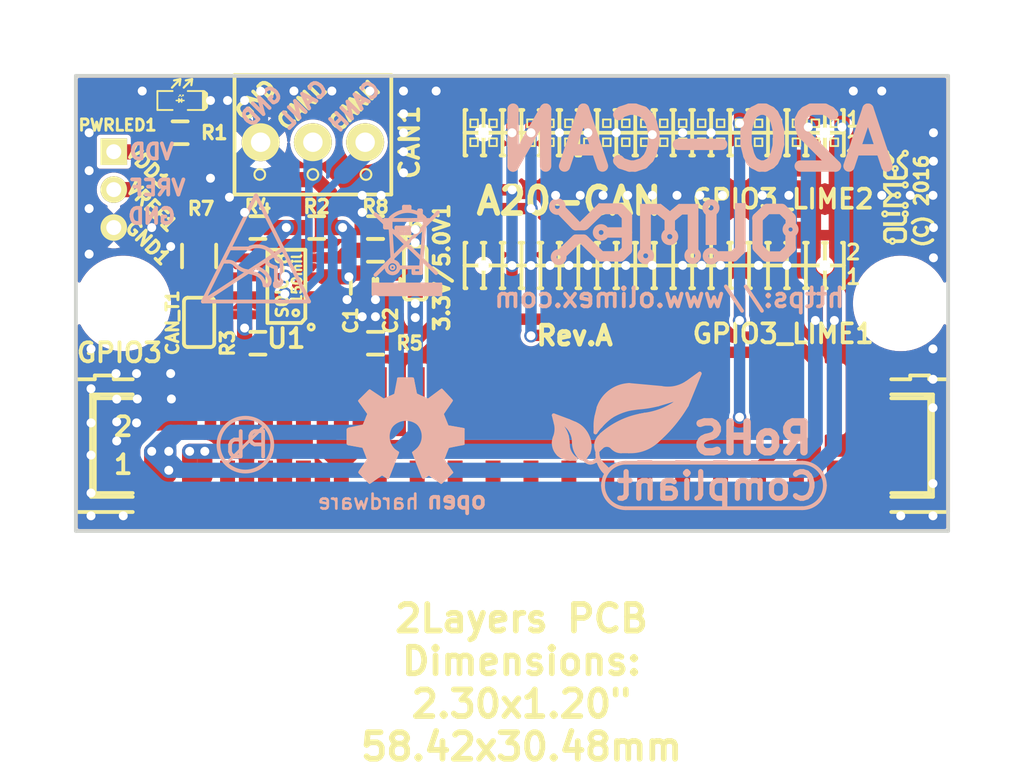
<source format=kicad_pcb>
(kicad_pcb (version 20221018) (generator pcbnew)
  (layers (0 "F.Cu" signal) (31 "B.Cu" signal) (34 "B.Paste" user) (35 "F.Paste" user) (36 "B.SilkS" user "B.Silkscreen") (37 "F.SilkS" user "F.Silkscreen") (38 "B.Mask" user) (39 "F.Mask" user) (44 "Edge.Cuts" user))
  (net 0 "")
  (net 1 "+5V")
  (net 2 "Net-(3.3V/5.0V1-Pad2)")
  (net 3 "+3V3")
  (net 4 "GND")
  (net 5 "/CANL")
  (net 6 "/CANH")
  (net 7 "/CAN-CTRL")
  (net 8 "/CAN-TX")
  (net 9 "/CAN-RX")
  (net 10 "Net-(PWRLED1-Pad2)")
  (net 11 "Net-(R2-Pad1)")
  (net 12 "Net-(R5-Pad2)")
  (net 13 "Net-(R6-Pad2)")
  (net 14 "Net-(CAN_T1-Pad1)")
  (net 15 "Net-(U1-Pad5)")
  (footprint "OLIMEX_Jumpers-FP:SJ_2_SMALL_12_TIED" (layer "F.Cu") (at 149.733 109.728 -90)
    (fp_text reference "3.3V/5.0V1")
    (fp_text value "Opened(2-3)/Closed(1-2)")
  )
  (footprint "OLIMEX_RLC-FP:C_0603_5MIL_DWS" (layer "F.Cu") (at 146.177 110.617 90)
    (fp_text reference "C1")
    (fp_text value "100nF")
  )
  (footprint "OLIMEX_RLC-FP:C_0603_5MIL_DWS" (layer "F.Cu") (at 147.955 110.617 90)
    (fp_text reference "C2")
    (fp_text value "10uF/6.3V/0603")
  )
  (footprint "OLIMEX_Connectors-FP:TB3-3.5mm" (layer "F.Cu") (at 142.875 100.965)
    (fp_text reference "CAN1")
    (fp_text value "TB3-3.5mm")
  )
  (footprint "OLIMEX_Connectors-FP:GPCB127SMT-02X20(YA-V36P-2X20-LF)" (layer "F.Cu") (at 165.735 109.22 180)
    (fp_text reference "GPIO3_LIME1")
    (fp_text value "GPH127SMT-02x20")
  )
  (footprint "OLIMEX_Connectors-FP:GPH127SMT-02X20(PA-V16X-2X20-LF)" (layer "F.Cu") (at 165.735 100.33 180)
    (fp_text reference "GPIO3_LIME2")
    (fp_text value "GPH127SMT-02x20")
  )
  (footprint "OLIMEX_LEDs-FP:LED_0603_KA" (layer "F.Cu") (at 133.985 98.171 180)
    (fp_text reference "PWRLED1")
    (fp_text value "LED/Red/0603")
  )
  (footprint "OLIMEX_RLC-FP:R_0603_5MIL_DWS" (layer "F.Cu") (at 133.985 100.33 180)
    (fp_text reference "R1")
    (fp_text value "2.2k")
  )
  (footprint "OLIMEX_RLC-FP:R_0603_5MIL_DWS" (layer "F.Cu") (at 143.129 106.68)
    (fp_text reference "R2")
    (fp_text value "NA")
  )
  (footprint "OLIMEX_RLC-FP:R_0603_5MIL_DWS" (layer "F.Cu") (at 139.192 114.427 180)
    (fp_text reference "R3")
    (fp_text value "NA(330R)")
  )
  (footprint "OLIMEX_RLC-FP:R_0603_5MIL_DWS" (layer "F.Cu") (at 139.192 106.68 180)
    (fp_text reference "R4")
    (fp_text value "10k")
  )
  (footprint "OLIMEX_RLC-FP:R_0603_5MIL_DWS" (layer "F.Cu") (at 147.066 114.427 180)
    (fp_text reference "R5")
    (fp_text value "330R")
  )
  (footprint "OLIMEX_RLC-FP:R_0603_5MIL_DWS" (layer "F.Cu") (at 147.066 108.204 180)
    (fp_text reference "R6")
    (fp_text value "330R")
  )
  (footprint "OLIMEX_RLC-FP:R_1206_5MIL_DWS" (layer "F.Cu") (at 135.255 108.585 90)
    (fp_text reference "R7")
    (fp_text value "120R")
  )
  (footprint "OLIMEX_RLC-FP:R_0603_5MIL_DWS" (layer "F.Cu") (at 147.066 106.68)
    (fp_text reference "R8")
    (fp_text value "680R")
  )
  (footprint "OLIMEX_IC-FP:SOIC-8_150mil" (layer "F.Cu") (at 141.097 110.617 90)
    (fp_text reference "U1")
    (fp_text value "MCP2551-I/SN(SOIC-8_150mil)")
  )
  (footprint "OLIMEX_Connectors-FP:GBH-254-SMT-40" (layer "F.Cu") (at 156.21 121.285)
    (fp_text reference "GPIO3")
    (fp_text value "GBH-254-SMT-40")
  )
  (footprint "OLIMEX_LOGOs-FP:LOGO_OLIMEX_80" (layer "F.Cu") (at 181.864 104.648 90)
    (fp_text reference "" hide)
    (fp_text value "" hide)
  )
  (footprint "OLIMEX_Jumpers-FP:SJ" (layer "F.Cu") (at 135.255 113.03 -90)
    (fp_text reference "CAN_T1")
    (fp_text value "Opened")
  )
  (footprint "OLIMEX_Other-FP:TEST_PAD40x70_SQUARE" (layer "F.Cu") (at 129.54 101.6 90)
    (fp_text reference "VDD1")
    (fp_text value "TESTPAD")
  )
  (footprint "OLIMEX_Other-FP:TEST_PAD_40x70_Round" (layer "F.Cu") (at 129.54 106.68 90)
    (fp_text reference "GND1")
    (fp_text value "TESTPAD")
  )
  (footprint "OLIMEX_Other-FP:TEST_PAD_40x70_Round" (layer "F.Cu") (at 129.54 104.14 90)
    (fp_text reference "VREF1")
    (fp_text value "TESTPAD")
  )
  (footprint "OLIMEX_Other-FP:Fiducial1x3" (layer "F.Cu") (at 129.54 98.425)
    (fp_text reference "")
    (fp_text value "")
  )
  (footprint "OLIMEX_Other-FP:Fiducial1x3" (layer "F.Cu") (at 182.88 98.425)
    (fp_text reference "")
    (fp_text value "")
  )
  (footprint "OLIMEX_Other-FP:Fiducial1x3" (layer "F.Cu") (at 182.88 121.285)
    (fp_text reference "")
    (fp_text value "")
  )
  (footprint "OLIMEX_Other-FP:Mounting_hole_3.3mm" (layer "F.Cu") (at 130.175 111.76)
    (fp_text reference "MountingHole" hide)
    (fp_text value "Mounting_hole_3.3mm" hide)
  )
  (footprint "OLIMEX_Other-FP:Mounting_hole_3.3mm" (layer "F.Cu") (at 182.245 111.76)
    (fp_text reference "MountingHole" hide)
    (fp_text value "Mounting_hole_3.3mm" hide)
  )
  (footprint "OLIMEX_Other-FP:Fiducial1x3" (layer "F.Cu") (at 153.67 114.3)
    (fp_text reference "")
    (fp_text value "")
  )
  (footprint "OLIMEX_LOGOs-FP:LOGO_ANTISTATIC_1" (layer "B.Cu") (at 142.621 111.633 180)
    (fp_text reference "Ref**" hide)
    (fp_text value "Val**" hide)
  )
  (footprint "OLIMEX_LOGOs-FP:LOGO_OPENHARDWARE_8x8" (layer "B.Cu") (at 149.098 120.777 180)
    (fp_text reference "" hide)
    (fp_text value "" hide)
  )
  (footprint "OLIMEX_LOGOs-FP:LOGO_PBFREE" (layer "B.Cu") (at 138.557 120.904)
    (fp_text reference "")
    (fp_text value "")
  )
  (footprint "OLIMEX_LOGOs-FP:LOGO_RECYCLEBIN_1" (layer "B.Cu") (at 151.511 111.252 180)
    (fp_text reference "" hide)
    (fp_text value "" hide)
  )
  (footprint "OLIMEX_LOGOs-FP:LOGO_ROHS_1" (layer "B.Cu") (at 176.149 124.841 180)
    (fp_text reference "Ref**" hide)
    (fp_text value "Val**" hide)
  )
  (footprint "OLIMEX_LOGOs-FP:OLIMEX_LOGO_TB" (layer "B.Cu") (at 166.878 106.934 180)
    (fp_text reference "" hide)
    (fp_text value "" hide)
  )
  (gr_line (start 139.954 108.204) (end 139.954 108.458) (stroke (width 0.2)) (layer "F.SilkS"))
  (gr_line (start 140.081 108.458) (end 139.827 108.458) (stroke (width 0.2)) (layer "F.SilkS"))
  (gr_line (start 140.081 108.204) (end 140.081 108.458) (stroke (width 0.2)) (layer "F.SilkS"))
  (gr_line (start 185.42 127) (end 185.42 96.52) (stroke (width 0.254)) (layer "Edge.Cuts"))
  (gr_line (start 127 96.52) (end 127 127) (stroke (width 0.254)) (layer "Edge.Cuts"))
  (gr_line (start 127 127) (end 185.42 127) (stroke (width 0.254)) (layer "Edge.Cuts"))
  (gr_line (start 185.42 96.52) (end 127 96.52) (stroke (width 0.254)) (layer "Edge.Cuts"))
  (gr_text "GND" (at 139.446 98.552 45) (layer "B.SilkS") (effects (font (size 1.016 1.016) (thickness 0.254)) (justify mirror)))
  (gr_text "CANL" (at 142.24 98.425 45) (layer "B.SilkS") (effects (font (size 1.016 1.016) (thickness 0.254)) (justify mirror)))
  (gr_text "CANH" (at 145.669 98.552 45) (layer "B.SilkS") (effects (font (size 1.016 1.016) (thickness 0.254)) (justify mirror)))
  (gr_text "A20-CAN" (at 168.529 100.838) (layer "B.SilkS") (effects (font (size 3.81 3.81) (thickness 0.762)) (justify mirror)))
  (gr_text "https://www.olimex.com" (at 166.751 111.379) (layer "B.SilkS") (effects (font (size 1.27 1.27) (thickness 0.254)) (justify mirror)))
  (gr_text "VDD" (at 132.08 101.6) (layer "B.SilkS") (effects (font (size 1.016 1.016) (thickness 0.254)) (justify mirror)))
  (gr_text "VREF" (at 132.461 104.013) (layer "B.SilkS") (effects (font (size 1.016 1.016) (thickness 0.254)) (justify mirror)))
  (gr_text "GND" (at 132.08 105.918) (layer "B.SilkS") (effects (font (size 1.016 1.016) (thickness 0.254)) (justify mirror)))
  (gr_text "Rev.A" (at 160.401 113.919) (layer "F.SilkS") (effects (font (size 1.27 1.27) (thickness 0.3175))))
  (gr_text "CANL" (at 142.113 98.552 45) (layer "F.SilkS") (effects (font (size 1.016 1.016) (thickness 0.254))))
  (gr_text "CANH" (at 145.669 98.552 45) (layer "F.SilkS") (effects (font (size 1.016 1.016) (thickness 0.254))))
  (gr_text "(C) 2016" (at 183.642 104.902 90) (layer "F.SilkS") (effects (font (size 0.889 0.889) (thickness 0.22225))))
  (gr_text "A20-CAN" (at 160.02 104.902 360) (layer "F.SilkS") (effects (font (size 1.778 1.778) (thickness 0.381))))
  (gr_text "2Layers PCB\nDimensions:\n2.30x1.20\"\n58.42x30.48mm" (at 156.845 137.16) (layer "F.SilkS") (effects (font (size 1.778 1.778) (thickness 0.381))))
  (gr_text "GND" (at 139.065 98.171 45) (layer "F.SilkS") (effects (font (size 1.016 1.016) (thickness 0.254))))
  (segment (start 132.08 124.41) (end 132.08 122.936) (width 1.016) (layer "F.Cu") (net 1))
  (segment (start 149.733 107.696) (end 149.733 108.204) (width 1.016) (layer "F.Cu") (net 1))
  (segment (start 177.8 112.903) (end 177.8 111.252) (width 1.016) (layer "F.Cu") (net 1))
  (segment (start 178.308 99.312604) (end 178.308 99.949) (width 1.016) (layer "F.Cu") (net 1))
  (segment (start 133.223 122.809) (end 132.08 121.666) (width 1.016) (layer "F.Cu") (net 1))
  (segment (start 133.223 121.666) (end 132.08 121.666) (width 1.016) (layer "F.Cu") (net 1))
  (segment (start 132.08 124.41) (end 132.08 121.666) (width 1.016) (layer "F.Cu") (net 1))
  (segment (start 133.223 123.267) (end 132.08 124.41) (width 1.016) (layer "F.Cu") (net 1))
  (segment (start 149.733 108.204) (end 149.733 108.585) (width 0.762) (layer "F.Cu") (net 1))
  (segment (start 133.223 122.936) (end 133.223 123.267) (width 1.016) (layer "F.Cu") (net 1))
  (segment (start 177.8 98.804604) (end 178.308 99.312604) (width 1.016) (layer "F.Cu") (net 1))
  (segment (start 133.223 122.936) (end 133.223 122.809) (width 1.016) (layer "F.Cu") (net 1))
  (segment (start 132.08 122.936) (end 133.223 122.936) (width 1.016) (layer "F.Cu") (net 1))
  (segment (start 149.733 107.696) (end 149.733 106.807) (width 1.016) (layer "F.Cu") (net 1))
  (segment (start 133.223 121.666) (end 133.223 122.936) (width 1.016) (layer "F.Cu") (net 1))
  (segment (start 177.8 98.298) (end 177.8 98.804604) (width 1.016) (layer "F.Cu") (net 1))
  (via (at 133.223 121.666) (size 0.9) (drill 0.6) (layers "F.Cu" "B.Cu") (net 1))
  (via (at 149.733 106.807) (size 0.9) (drill 0.6) (layers "F.Cu" "B.Cu") (net 1))
  (via (at 149.733 107.696) (size 0.9) (drill 0.6) (layers "F.Cu" "B.Cu") (net 1))
  (via (at 132.08 121.666) (size 0.9) (drill 0.6) (layers "F.Cu" "B.Cu") (net 1))
  (via (at 178.308 99.949) (size 0.9) (drill 0.6) (layers "F.Cu" "B.Cu") (net 1))
  (via (at 133.223 122.936) (size 0.9) (drill 0.6) (layers "F.Cu" "B.Cu") (net 1))
  (via (at 177.8 112.903) (size 0.9) (drill 0.6) (layers "F.Cu" "B.Cu") (net 1))
  (segment (start 149.733 109.963935) (end 149.733 107.696) (width 1.016) (layer "B.Cu") (net 1))
  (segment (start 133.223 121.666) (end 133.223 121.031) (width 1.016) (layer "B.Cu") (net 1))
  (segment (start 133.223 122.174) (end 133.223 121.666) (width 1.016) (layer "B.Cu") (net 1))
  (segment (start 134.093945 120.39599) (end 147.950935 120.39599) (width 1.016) (layer "B.Cu") (net 1))
  (segment (start 177.8 110.230762) (end 178.277001 109.753761) (width 1.016) (layer "B.Cu") (net 1))
  (segment (start 133.98501 122.93601) (end 133.223 122.174) (width 1.016) (layer "B.Cu") (net 1))
  (segment (start 177.8 113.539396) (end 177.8 112.903) (width 1.016) (layer "B.Cu") (net 1))
  (segment (start 134.093945 120.39599) (end 133.85801 120.39599) (width 1.016) (layer "B.Cu") (net 1))
  (segment (start 147.950935 120.39599) (end 148.46299 119.883935) (width 1.016) (layer "B.Cu") (net 1))
  (segment (start 133.35001 122.93601) (end 134.112 122.93601) (width 1.016) (layer "B.Cu") (net 1))
  (segment (start 134.112 122.93601) (end 176.352475 122.93601) (width 1.016) (layer "B.Cu") (net 1))
  (segment (start 178.308 100.838) (end 178.308 99.949) (width 1.016) (layer "B.Cu") (net 1))
  (segment (start 133.35 122.936) (end 133.35001 122.93601) (width 1.016) (layer "B.Cu") (net 1))
  (segment (start 177.8 121.488485) (end 177.8 113.539396) (width 1.016) (layer "B.Cu") (net 1))
  (segment (start 149.733 106.807) (end 149.733 107.696) (width 1.016) (layer "B.Cu") (net 1))
  (segment (start 133.85801 120.39599) (end 133.223 121.031) (width 1.016) (layer "B.Cu") (net 1))
  (segment (start 148.46299 119.883935) (end 148.46299 111.233945) (width 1.016) (layer "B.Cu") (net 1))
  (segment (start 177.8 112.903) (end 177.8 110.230762) (width 1.016) (layer "B.Cu") (net 1))
  (segment (start 178.277001 109.753761) (end 178.277001 109.636207) (width 1.016) (layer "B.Cu") (net 1))
  (segment (start 132.08 121.793) (end 133.223 122.936) (width 1.016) (layer "B.Cu") (net 1))
  (segment (start 178.277001 109.636207) (end 178.308 109.605208) (width 1.016) (layer "B.Cu") (net 1))
  (segment (start 133.223 120.523) (end 133.35001 120.39599) (width 1.016) (layer "B.Cu") (net 1))
  (segment (start 134.112 122.93601) (end 133.98501 122.93601) (width 1.016) (layer "B.Cu") (net 1))
  (segment (start 148.46299 111.233945) (end 149.733 109.963935) (width 1.016) (layer "B.Cu") (net 1))
  (segment (start 133.223 121.031) (end 133.223 120.523) (width 1.016) (layer "B.Cu") (net 1))
  (segment (start 133.223 122.936) (end 133.35 122.936) (width 1.016) (layer "B.Cu") (net 1))
  (segment (start 176.352475 122.93601) (end 177.8 121.488485) (width 1.016) (layer "B.Cu") (net 1))
  (segment (start 178.308 109.605208) (end 178.308 100.838) (width 1.016) (layer "B.Cu") (net 1))
  (segment (start 132.08 121.666) (end 133.35001 120.39599) (width 1.016) (layer "B.Cu") (net 1))
  (segment (start 133.223 122.936) (end 133.223 122.174) (width 1.016) (layer "B.Cu") (net 1))
  (segment (start 133.35001 120.39599) (end 134.093945 120.39599) (width 1.016) (layer "B.Cu") (net 1))
  (segment (start 132.08 121.666) (end 132.08 121.793) (width 1.016) (layer "B.Cu") (net 1))
  (segment (start 136.444113 101.603301) (end 138.312651 103.471839) (width 1.016) (layer "F.Cu") (net 2))
  (segment (start 147.955 109.728) (end 146.177 109.728) (width 1.016) (layer "F.Cu") (net 2))
  (segment (start 134.837814 101.6127) (end 134.850514 101.6) (width 1.016) (layer "F.Cu") (net 2))
  (segment (start 145.542 109.728) (end 146.177 109.728) (width 1.016) (layer "F.Cu") (net 2))
  (segment (start 147.955 109.728) (end 148.971 109.728) (width 1.016) (layer "F.Cu") (net 2))
  (segment (start 134.853815 101.603301) (end 136.444113 101.603301) (width 1.016) (layer "F.Cu") (net 2))
  (segment (start 134.850514 101.6) (end 134.874 101.576514) (width 1.016) (layer "F.Cu") (net 2))
  (segment (start 144.018 104.394) (end 144.018 106.68) (width 1.016) (layer "F.Cu") (net 2))
  (segment (start 134.874 101.576514) (end 134.874 100.33) (width 1.016) (layer "F.Cu") (net 2))
  (segment (start 129.5527 101.6127) (end 134.837814 101.6127) (width 1.016) (layer "F.Cu") (net 2))
  (segment (start 143.095839 103.471839) (end 144.018 104.394) (width 1.016) (layer "F.Cu") (net 2))
  (segment (start 148.971 109.728) (end 149.733 109.728) (width 0.762) (layer "F.Cu") (net 2))
  (segment (start 134.850514 101.6) (end 134.853815 101.603301) (width 1.016) (layer "F.Cu") (net 2))
  (segment (start 145.288 109.982) (end 145.542 109.728) (width 1.016) (layer "F.Cu") (net 2))
  (segment (start 143.597 109.982) (end 145.288 109.982) (width 1.016) (layer "F.Cu") (net 2))
  (segment (start 144.018 106.68) (end 144.019458 106.678542) (width 1.016) (layer "F.Cu") (net 2))
  (segment (start 144.226048 106.678542) (end 144.862444 106.678542) (width 1.016) (layer "F.Cu") (net 2))
  (segment (start 129.54 101.6) (end 129.5527 101.6127) (width 1.016) (layer "F.Cu") (net 2))
  (segment (start 138.312651 103.471839) (end 143.095839 103.471839) (width 1.016) (layer "F.Cu") (net 2))
  (segment (start 144.019458 106.678542) (end 144.226048 106.678542) (width 1.016) (layer "F.Cu") (net 2))
  (via (at 144.862444 106.678542) (size 0.9) (drill 0.6) (layers "F.Cu" "B.Cu") (net 2))
  (via (at 145.288 109.982) (size 0.9) (drill 0.6) (layers "F.Cu" "B.Cu") (net 2))
  (segment (start 145.288 107.104098) (end 144.862444 106.678542) (width 1.016) (layer "B.Cu") (net 2))
  (segment (start 145.288 109.982) (end 145.288 107.104098) (width 1.016) (layer "B.Cu") (net 2))
  (segment (start 134.62 124.41) (end 134.62 121.666) (width 1.016) (layer "F.Cu") (net 3))
  (segment (start 149.733 111.76) (end 149.733 112.711292) (width 1.016) (layer "F.Cu") (net 3))
  (segment (start 176.53 98.298) (end 176.53 99.471999) (width 0.762) (layer "F.Cu") (net 3))
  (segment (start 135.636 121.666) (end 134.62 121.666) (width 1.016) (layer "F.Cu") (net 3))
  (segment (start 135.636 121.666) (end 135.636 123.394) (width 1.016) (layer "F.Cu") (net 3))
  (segment (start 135.636 123.394) (end 134.62 124.41) (width 1.016) (layer "F.Cu") (net 3))
  (segment (start 176.53 112.903) (end 176.53 111.252) (width 1.016) (layer "F.Cu") (net 3))
  (segment (start 149.733 111.252) (end 149.733 110.871) (width 0.762) (layer "F.Cu") (net 3))
  (segment (start 149.733 111.76) (end 149.733 111.252) (width 1.016) (layer "F.Cu") (net 3))
  (segment (start 176.53 99.471999) (end 176.052999 99.949) (width 0.762) (layer "F.Cu") (net 3))
  (via (at 134.62 121.666) (size 0.9) (drill 0.6) (layers "F.Cu" "B.Cu") (net 3))
  (via (at 176.052999 99.949) (size 0.9) (drill 0.6) (layers "F.Cu" "B.Cu") (net 3))
  (via (at 149.733 112.711292) (size 0.9) (drill 0.6) (layers "F.Cu" "B.Cu") (net 3))
  (via (at 149.733 111.76) (size 0.9) (drill 0.6) (layers "F.Cu" "B.Cu") (net 3))
  (via (at 135.636 121.666) (size 0.9) (drill 0.6) (layers "F.Cu" "B.Cu") (net 3))
  (via (at 176.53 112.903) (size 0.9) (drill 0.6) (layers "F.Cu" "B.Cu") (net 3))
  (segment (start 134.62 121.666) (end 135.636 121.666) (width 1.016) (layer "B.Cu") (net 3))
  (segment (start 150.876 121.666) (end 149.733 120.523) (width 1.016) (layer "B.Cu") (net 3))
  (segment (start 176.052999 100.863761) (end 176.052999 99.949) (width 1.016) (layer "B.Cu") (net 3))
  (segment (start 148.717 121.539) (end 149.733 120.523) (width 1.016) (layer "B.Cu") (net 3))
  (segment (start 149.733 121.666) (end 151.003 121.666) (width 1.016) (layer "B.Cu") (net 3))
  (segment (start 149.733 120.523) (end 149.733 111.76) (width 1.016) (layer "B.Cu") (net 3))
  (segment (start 175.826419 121.666) (end 176.53 120.962419) (width 0.9906) (layer "B.Cu") (net 3))
  (segment (start 176.53 110.230762) (end 176.052999 109.753761) (width 0.9906) (layer "B.Cu") (net 3))
  (segment (start 176.052999 109.753761) (end 176.052999 100.863761) (width 1.016) (layer "B.Cu") (net 3))
  (segment (start 151.003 121.666) (end 175.826419 121.666) (width 1.016) (layer "B.Cu") (net 3))
  (segment (start 151.003 121.666) (end 150.876 121.666) (width 1.016) (layer "B.Cu") (net 3))
  (segment (start 149.733 112.711292) (end 149.733 111.76) (width 1.016) (layer "B.Cu") (net 3))
  (segment (start 176.53 112.903) (end 176.53 110.230762) (width 0.9906) (layer "B.Cu") (net 3))
  (segment (start 148.717 121.666) (end 149.733 121.666) (width 1.016) (layer "B.Cu") (net 3))
  (segment (start 135.636 121.666) (end 148.717 121.666) (width 1.016) (layer "B.Cu") (net 3))
  (segment (start 148.717 121.666) (end 148.717 121.539) (width 1.016) (layer "B.Cu") (net 3))
  (segment (start 149.733 121.666) (end 149.733 120.523) (width 1.016) (layer "B.Cu") (net 3))
  (segment (start 176.53 120.962419) (end 176.53 112.903) (width 0.9906) (layer "B.Cu") (net 3))
  (segment (start 146.177 105.027604) (end 146.177 104.521) (width 1.016) (layer "F.Cu") (net 4))
  (segment (start 162.306 104.521) (end 160.782 104.521) (width 1.016) (layer "F.Cu") (net 4))
  (segment (start 134.592867 116.459) (end 133.35 116.459) (width 1.016) (layer "F.Cu") (net 4))
  (segment (start 167.259 104.521) (end 165.608 104.521) (width 1.016) (layer "F.Cu") (net 4))
  (segment (start 132.08 116.459) (end 131.064 116.459) (width 1.016) (layer "F.Cu") (net 4))
  (segment (start 168.783 104.521) (end 167.259 104.521) (width 1.016) (layer "F.Cu") (net 4))
  (segment (start 146.177 104.521) (end 146.813396 104.521) (width 1.016) (layer "F.Cu") (net 4))
  (segment (start 134.62 119.761) (end 134.62 118.16) (width 1.016) (layer "F.Cu") (net 4))
  (segment (start 165.50734 100.33) (end 163.195 100.33) (width 1.016) (layer "F.Cu") (net 4))
  (segment (start 176.53 107.188) (end 176.53 104.521) (width 0.762) (layer "F.Cu") (net 4))
  (segment (start 129.692828 118.126061) (end 129.736296 118.169529) (width 1.016) (layer "F.Cu") (net 4))
  (segment (start 176.53 104.521) (end 177.673 104.521) (width 1.016) (layer "F.Cu") (net 4))
  (segment (start 163.83 109.22) (end 162.56 109.22) (width 1.016) (layer "F.Cu") (net 4))
  (segment (start 146.177 111.506) (end 145.161 111.506) (width 1.016) (layer "F.Cu") (net 4))
  (segment (start 132.063745 119.761) (end 132.073559 119.751186) (width 1.016) (layer "F.Cu") (net 4))
  (segment (start 176.53 104.521) (end 174.752 104.521) (width 1.016) (layer "F.Cu") (net 4))
  (segment (start 137.796396 98.171) (end 138.303 98.171) (width 1.016) (layer "F.Cu") (net 4))
  (segment (start 165.608 100.457) (end 165.608 100.447476) (width 1.016) (layer "F.Cu") (net 4))
  (segment (start 165.486107 109.222611) (end 165.483496 109.22) (width 0.762) (layer "F.Cu") (net 4))
  (segment (start 165.498904 109.209814) (end 165.486107 109.222611) (width 0.762) (layer "F.Cu") (net 4))
  (segment (start 133.35 116.459) (end 132.08 116.459) (width 1.016) (layer "F.Cu") (net 4))
  (segment (start 147.32 104.521) (end 146.177 105.664) (width 1.016) (layer "F.Cu") (net 4))
  (segment (start 145.161 111.506) (end 144.907 111.252) (width 0.9652) (layer "F.Cu") (net 4))
  (segment (start 129.851704 120.973296) (end 131.064 119.761) (width 1.016) (layer "F.Cu") (net 4))
  (segment (start 147.066 111.506) (end 147.066 112.649) (width 1.016) (layer "F.Cu") (net 4))
  (segment (start 131.114 118.16) (end 131.069582 118.204418) (width 1.016) (layer "F.Cu") (net 4))
  (segment (start 131.064 118.11) (end 131.114 118.16) (width 1.016) (layer "F.Cu") (net 4))
  (segment (start 134.626933 116.493066) (end 134.592867 116.459) (width 1.016) (layer "F.Cu") (net 4))
  (segment (start 137.16 98.171) (end 137.796396 98.171) (width 1.016) (layer "F.Cu") (net 4))
  (segment (start 159.131 109.22) (end 158.75 109.22) (width 1.016) (layer "F.Cu") (net 4))
  (segment (start 168.275 100.33) (end 169.545 100.33) (width 1.016) (layer "F.Cu") (net 4))
  (segment (start 183.388 104.521) (end 184.404 104.521) (width 1.016) (layer "F.Cu") (net 4))
  (segment (start 134.62 116.499999) (end 134.626933 116.493066) (width 1.016) (layer "F.Cu") (net 4))
  (segment (start 129.745825 118.16) (end 129.736296 118.169529) (width 1.016) (layer "F.Cu") (net 4))
  (segment (start 170.18 109.209814) (end 172.72 109.209814) (width 1.016) (layer "F.Cu") (net 4))
  (segment (start 177.8 104.394) (end 177.673 104.521) (width 0.762) (layer "F.Cu") (net 4))
  (segment (start 165.605409 109.209814) (end 167.64 109.209814) (width 1.016) (layer "F.Cu") (net 4))
  (segment (start 137.287 104.648) (end 136.017 103.378) (width 1.016) (layer "F.Cu") (net 4))
  (segment (start 176.53 102.362) (end 176.53 104.521) (width 0.762) (layer "F.Cu") (net 4))
  (segment (start 160.02 100.33) (end 159.385 100.33) (width 1.016) (layer "F.Cu") (net 4))
  (segment (start 131.064 116.459) (end 129.693624 116.459) (width 1.016) (layer "F.Cu") (net 4))
  (segment (start 131.064 119.761) (end 134.62 119.761) (width 1.016) (layer "F.Cu") (net 4))
  (segment (start 147.955 111.506) (end 147.066 111.506) (width 1.016) (layer "F.Cu") (net 4))
  (segment (start 160.782 104.521) (end 159.131 104.521) (width 1.016) (layer "F.Cu") (net 4))
  (segment (start 129.693624 116.459) (end 129.692828 116.459796) (width 1.016) (layer "F.Cu") (net 4))
  (segment (start 165.725476 100.33) (end 167.64 100.33) (width 1.016) (layer "F.Cu") (net 4))
  (segment (start 165.608 104.521) (end 164.971604 104.521) (width 1.016) (layer "F.Cu") (net 4))
  (segment (start 138.303 106.68) (end 138.303 105.664) (width 1.016) (layer "F.Cu") (net 4))
  (segment (start 167.64 109.209814) (end 168.91 109.209814) (width 1.016) (layer "F.Cu") (net 4))
  (segment (start 132.073559 118.166441) (end 132.08 118.16) (width 1.016) (layer "F.Cu") (net 4))
  (segment (start 129.805592 119.761) (end 129.736296 119.691704) (width 1.016) (layer "F.Cu") (net 4))
  (segment (start 132.08 118.16) (end 132.08 116.459) (width 1.016) (layer "F.Cu") (net 4))
  (segment (start 164.971604 104.521) (end 163.957 104.521) (width 1.016) (layer "F.Cu") (net 4))
  (segment (start 174.752 104.521) (end 172.974 104.521) (width 1.016) (layer "F.Cu") (net 4))
  (segment (start 180.975 104.521) (end 182.88 104.521) (width 1.016) (layer "F.Cu") (net 4))
  (segment (start 160.02 109.22) (end 159.131 109.22) (width 1.016) (layer "F.Cu") (net 4))
  (segment (start 177.8 104.648) (end 177.673 104.521) (width 0.762) (layer "F.Cu") (net 4))
  (segment (start 129.736296 119.691704) (end 129.736296 120.973296) (width 1.016) (layer "F.Cu") (net 4))
  (segment (start 131.064 116.459) (end 131.064 118.11) (width 1.016) (layer "F.Cu") (net 4))
  (segment (start 161.29 100.33) (end 160.02 100.33) (width 1.016) (layer "F.Cu") (net 4))
  (segment (start 146.813396 104.521) (end 147.447 104.521) (width 1.016) (layer "F.Cu") (net 4))
  (segment (start 177.8 102.362) (end 177.8 104.394) (width 0.762) (layer "F.Cu") (net 4))
  (segment (start 163.957 104.521) (end 162.306 104.521) (width 1.016) (layer "F.Cu") (net 4))
  (segment (start 133.4 118.16) (end 132.08 118.16) (width 1.016) (layer "F.Cu") (net 4))
  (segment (start 172.72 109.209814) (end 174.614814 109.209814) (width 1.016) (layer "F.Cu") (net 4))
  (segment (start 170.307 104.521) (end 168.783 104.521) (width 1.016) (layer "F.Cu") (net 4))
  (segment (start 165.608 100.447476) (end 165.725476 100.33) (width 1.016) (layer "F.Cu") (net 4))
  (segment (start 129.736296 118.169529) (end 129.736296 119.691704) (width 1.016) (layer "F.Cu") (net 4))
  (segment (start 134.874 98.171) (end 136.017 98.171) (width 1.016) (layer "F.Cu") (net 4))
  (segment (start 131.114 118.16) (end 129.745825 118.16) (width 1.016) (layer "F.Cu") (net 4))
  (segment (start 168.91 109.209814) (end 170.18 109.209814) (width 1.016) (layer "F.Cu") (net 4))
  (segment (start 134.62 118.16) (end 134.62 116.499999) (width 1.016) (layer "F.Cu") (net 4))
  (segment (start 129.736296 120.973296) (end 129.851704 120.973296) (width 1.016) (layer "F.Cu") (net 4))
  (segment (start 136.017 98.171) (end 137.16 98.171) (width 1.016) (layer "F.Cu") (net 4))
  (segment (start 146.177 111.506) (end 147.066 111.506) (width 1.016) (layer "F.Cu") (net 4))
  (segment (start 132.073559 119.751186) (end 132.073559 118.166441) (width 1.016) (layer "F.Cu") (net 4))
  (segment (start 147.066 112.649) (end 146.177 112.649) (width 1.016) (layer "F.Cu") (net 4))
  (segment (start 143.597 111.252) (end 144.907 111.252) (width 0.9652) (layer "F.Cu") (net 4))
  (segment (start 165.483496 109.22) (end 163.83 109.22) (width 1.016) (layer "F.Cu") (net 4))
  (segment (start 165.608 100.457) (end 165.608 100.43066) (width 1.016) (layer "F.Cu") (net 4))
  (segment (start 177.673 104.521) (end 180.975 104.521) (width 1.016) (layer "F.Cu") (net 4))
  (segment (start 146.177 105.664) (end 146.177 105.027604) (width 1.016) (layer "F.Cu") (net 4))
  (segment (start 182.88 104.521) (end 183.388 104.521) (width 1.016) (layer "F.Cu") (net 4))
  (segment (start 177.8 107.188) (end 177.8 104.648) (width 0.762) (layer "F.Cu") (net 4))
  (segment (start 162.56 109.22) (end 161.29 109.22) (width 1.016) (layer "F.Cu") (net 4))
  (segment (start 132.08 118.16) (end 131.114 118.16) (width 1.016) (layer "F.Cu") (net 4))
  (segment (start 131.064 119.761) (end 132.063745 119.761) (width 1.016) (layer "F.Cu") (net 4))
  (segment (start 138.303 105.664) (end 137.287 104.648) (width 1.016) (layer "F.Cu") (net 4))
  (segment (start 147.447 104.521) (end 147.32 104.521) (width 1.016) (layer "F.Cu") (net 4))
  (segment (start 146.177 111.506) (end 146.177 112.649) (width 1.016) (layer "F.Cu") (net 4))
  (segment (start 163.195 100.33) (end 161.29 100.33) (width 1.016) (layer "F.Cu") (net 4))
  (segment (start 172.974 104.521) (end 170.307 104.521) (width 1.016) (layer "F.Cu") (net 4))
  (segment (start 134.62 118.16) (end 133.4 118.16) (width 1.016) (layer "F.Cu") (net 4))
  (segment (start 131.064 119.761) (end 129.805592 119.761) (width 1.016) (layer "F.Cu") (net 4))
  (segment (start 138.303 98.171) (end 139.319 98.171) (width 1.016) (layer "F.Cu") (net 4))
  (segment (start 165.605409 109.209814) (end 165.498904 109.209814) (width 0.762) (layer "F.Cu") (net 4))
  (segment (start 131.069582 119.755418) (end 131.064 119.761) (width 1.016) (layer "F.Cu") (net 4))
  (segment (start 167.64 100.33) (end 168.275 100.33) (width 1.016) (layer "F.Cu") (net 4))
  (segment (start 161.29 109.22) (end 160.02 109.22) (width 1.016) (layer "F.Cu") (net 4))
  (segment (start 146.177 106.68) (end 146.177 105.664) (width 1.016) (layer "F.Cu") (net 4))
  (segment (start 131.069582 118.204418) (end 131.069582 119.755418) (width 1.016) (layer "F.Cu") (net 4))
  (segment (start 129.692828 116.459796) (end 129.692828 118.126061) (width 1.016) (layer "F.Cu") (net 4))
  (segment (start 165.608 100.43066) (end 165.50734 100.33) (width 1.016) (layer "F.Cu") (net 4))
  (via (at 148.943311 99.06) (size 0.9) (drill 0.6) (layers "F.Cu" "B.Cu") (net 4))
  (via (at 172.974 104.521) (size 0.9) (drill 0.6) (layers "F.Cu" "B.Cu") (net 4))
  (via (at 130.175 125.984) (size 0.9) (drill 0.6) (layers "F.Cu" "B.Cu") (net 4))
  (via (at 165.605409 109.209814) (size 0.9) (drill 0.6) (layers "F.Cu" "B.Cu") (net 4))
  (via (at 161.29 109.22) (size 0.9) (drill 0.6) (layers "F.Cu" "B.Cu") (net 4))
  (via (at 184.404 116.84) (size 0.9) (drill 0.6) (layers "F.Cu" "B.Cu") (net 4))
  (via (at 137.16 98.171) (size 0.9) (drill 0.6) (layers "F.Cu" "B.Cu") (net 4))
  (via (at 159.385 100.33) (size 0.9) (drill 0.6) (layers "F.Cu" "B.Cu") (net 4))
  (via (at 184.404 118.745) (size 0.9) (drill 0.6) (layers "F.Cu" "B.Cu") (net 4))
  (via (at 128.016 124.46) (size 0.9) (drill 0.6) (layers "F.Cu" "B.Cu") (net 4))
  (via (at 182.88 104.521) (size 0.9) (drill 0.6) (layers "F.Cu" "B.Cu") (net 4))
  (via (at 184.436305 102.235) (size 0.9) (drill 0.6) (layers "F.Cu" "B.Cu") (net 4))
  (via (at 132.08 106.68) (size 0.9) (drill 0.6) (layers "F.Cu" "B.Cu") (net 4))
  (via (at 167.64 100.33) (size 0.9) (drill 0.6) (layers "F.Cu" "B.Cu") (net 4))
  (via (at 159.131 104.521) (size 0.9) (drill 0.6) (layers "F.Cu" "B.Cu") (net 4))
  (via (at 133.35 107.95) (size 0.9) (drill 0.6) (layers "F.Cu" "B.Cu") (net 4))
  (via (at 184.404 125.984) (size 0.9) (drill 0.6) (layers "F.Cu" "B.Cu") (net 4))
  (via (at 127.888999 100.33) (size 0.9) (drill 0.6) (layers "F.Cu" "B.Cu") (net 4))
  (via (at 139.375 97.545052) (size 0.9) (drill 0.6) (layers "F.Cu" "B.Cu") (net 4))
  (via (at 146.177 104.521) (size 0.9) (drill 0.6) (layers "F.Cu" "B.Cu") (net 4))
  (via (at 148.943311 103.010305) (size 0.9) (drill 0.6) (layers "F.Cu" "B.Cu") (net 4))
  (via (at 146.685 97.536) (size 0.9) (drill 0.6) (layers "F.Cu" "B.Cu") (net 4))
  (via (at 165.608 104.521) (size 0.9) (drill 0.6) (layers "F.Cu" "B.Cu") (net 4))
  (via (at 128.016 121.92) (size 0.9) (drill 0.6) (layers "F.Cu" "B.Cu") (net 4))
  (via (at 127.888999 105.41) (size 0.9) (drill 0.6) (layers "F.Cu" "B.Cu") (net 4))
  (via (at 160.02 109.22) (size 0.9) (drill 0.6) (layers "F.Cu" "B.Cu") (net 4))
  (via (at 146.177 105.664) (size 0.9) (drill 0.6) (layers "F.Cu" "B.Cu") (net 4))
  (via (at 128.016 125.984) (size 0.9) (drill 0.6) (layers "F.Cu" "B.Cu") (net 4))
  (via (at 168.783 104.521) (size 0.9) (drill 0.6) (layers "F.Cu" "B.Cu") (net 4))
  (via (at 131.064 116.459) (size 0.9) (drill 0.6) (layers "F.Cu" "B.Cu") (net 4))
  (via (at 133.35 116.459) (size 0.9) (drill 0.6) (layers "F.Cu" "B.Cu") (net 4))
  (via (at 167.64 109.209814) (size 0.9) (drill 0.6) (layers "F.Cu" "B.Cu") (net 4))
  (via (at 129.736296 120.973296) (size 0.9) (drill 0.6) (layers "F.Cu" "B.Cu") (net 4))
  (via (at 129.736296 118.169529) (size 0.9) (drill 0.6) (layers "F.Cu" "B.Cu") (net 4))
  (via (at 128.016 119.761) (size 0.9) (drill 0.6) (layers "F.Cu" "B.Cu") (net 4))
  (via (at 184.436305 100.33) (size 0.9) (drill 0.6) (layers "F.Cu" "B.Cu") (net 4))
  (via (at 151.13 97.536) (size 0.9) (drill 0.6) (layers "F.Cu" "B.Cu") (net 4))
  (via (at 174.614814 109.209814) (size 0.9) (drill 0.6) (layers "F.Cu" "B.Cu") (net 4))
  (via (at 158.75 109.22) (size 0.9) (drill 0.6) (layers "F.Cu" "B.Cu") (net 4))
  (via (at 127.888999 108.457999) (size 0.9) (drill 0.6) (layers "F.Cu" "B.Cu") (net 4))
  (via (at 160.782 104.521) (size 0.9) (drill 0.6) (layers "F.Cu" "B.Cu") (net 4))
  (via (at 128.016 114.808) (size 0.9) (drill 0.6) (layers "F.Cu" "B.Cu") (net 4))
  (via (at 170.307 104.521) (size 0.9) (drill 0.6) (layers "F.Cu" "B.Cu") (net 4))
  (via (at 163.83 109.22) (size 0.9) (drill 0.6) (layers "F.Cu" "B.Cu") (net 4))
  (via (at 141.605 97.536) (size 0.9) (drill 0.6) (layers "F.Cu" "B.Cu") (net 4))
  (via (at 184.404 123.825) (size 0.9) (drill 0.6) (layers "F.Cu" "B.Cu") (net 4))
  (via (at 133.4 118.16) (size 0.9) (drill 0.6) (layers "F.Cu" "B.Cu") (net 4))
  (via (at 168.91 109.209814) (size 0.9) (drill 0.6) (layers "F.Cu" "B.Cu") (net 4))
  (via (at 145.161 111.506) (size 0.9) (drill 0.6) (layers "F.Cu" "B.Cu") (net 4))
  (via (at 138.303 105.664) (size 0.9) (drill 0.6) (layers "F.Cu" "B.Cu") (net 4))
  (via (at 146.177 112.649) (size 0.9) (drill 0.6) (layers "F.Cu" "B.Cu") (net 4))
  (via (at 163.195 100.33) (size 0.9) (drill 0.6) (layers "F.Cu" "B.Cu") (net 4))
  (via (at 167.259 104.521) (size 0.9) (drill 0.6) (layers "F.Cu" "B.Cu") (net 4))
  (via (at 147.066 111.506) (size 0.9) (drill 0.6) (layers "F.Cu" "B.Cu") (net 4))
  (via (at 131.064 119.761) (size 0.9) (drill 0.6) (layers "F.Cu" "B.Cu") (net 4))
  (via (at 138.303 98.171) (size 0.9) (drill 0.6) (layers "F.Cu" "B.Cu") (net 4))
  (via (at 129.736296 119.691704) (size 0.9) (drill 0.6) (layers "F.Cu" "B.Cu") (net 4))
  (via (at 165.608 100.457) (size 0.9) (drill 0.6) (layers "F.Cu" "B.Cu") (net 4))
  (via (at 148.943311 100.33) (size 0.9) (drill 0.6) (layers "F.Cu" "B.Cu") (net 4))
  (via (at 170.18 109.209814) (size 0.9) (drill 0.6) (layers "F.Cu" "B.Cu") (net 4))
  (via (at 162.306 104.521) (size 0.9) (drill 0.6) (layers "F.Cu" "B.Cu") (net 4))
  (via (at 144.145 97.536) (size 0.9) (drill 0.6) (layers "F.Cu" "B.Cu") (net 4))
  (via (at 136.017 98.171) (size 0.9) (drill 0.6) (layers "F.Cu" "B.Cu") (net 4))
  (via (at 148.943311 101.6) (size 0.9) (drill 0.6) (layers "F.Cu" "B.Cu") (net 4))
  (via (at 148.943311 97.536) (size 0.9) (drill 0.6) (layers "F.Cu" "B.Cu") (net 4))
  (via (at 127.888999 102.87) (size 0.9) (drill 0.6) (layers "F.Cu" "B.Cu") (net 4))
  (via (at 131.445 97.536) (size 0.9) (drill 0.6) (layers "F.Cu" "B.Cu") (net 4))
  (via (at 174.752 104.521) (size 0.9) (drill 0.6) (layers "F.Cu" "B.Cu") (net 4))
  (via (at 128.016 117.475) (size 0.9) (drill 0.6) (layers "F.Cu" "B.Cu") (net 4))
  (via (at 169.545 100.33) (size 0.9) (drill 0.6) (layers "F.Cu" "B.Cu") (net 4))
  (via (at 147.447 104.521) (size 0.9) (drill 0.6) (layers "F.Cu" "B.Cu") (net 4))
  (via (at 180.975 104.521) (size 0.9) (drill 0.6) (layers "F.Cu" "B.Cu") (net 4))
  (via (at 131.114 118.16) (size 0.9) (drill 0.6) (layers "F.Cu" "B.Cu") (net 4))
  (via (at 161.29 100.33) (size 0.9) (drill 0.6) (layers "F.Cu" "B.Cu") (net 4))
  (via (at 137.287 104.648) (size 0.9) (drill 0.6) (layers "F.Cu" "B.Cu") (net 4))
  (via (at 179.07 97.536) (size 0.9) (drill 0.6) (layers "F.Cu" "B.Cu") (net 4))
  (via (at 184.436305 108.705015) (size 0.9) (drill 0.6) (layers "F.Cu" "B.Cu") (net 4))
  (via (at 162.56 109.22) (size 0.9) (drill 0.6) (layers "F.Cu" "B.Cu") (net 4))
  (via (at 182.245 125.984) (size 0.9) (drill 0.6) (layers "F.Cu" "B.Cu") (net 4))
  (via (at 129.692828 116.459796) (size 0.9) (drill 0.6) (layers "F.Cu" "B.Cu") (net 4))
  (via (at 184.404 114.808) (size 0.9) (drill 0.6) (layers "F.Cu" "B.Cu") (net 4))
  (via (at 184.404 104.521) (size 0.9) (drill 0.6) (layers "F.Cu" "B.Cu") (net 4))
  (via (at 163.957 104.521) (size 0.9) (drill 0.6) (layers "F.Cu" "B.Cu") (net 4))
  (via (at 136.017 103.378) (size 0.9) (drill 0.6) (layers "F.Cu" "B.Cu") (net 4))
  (via (at 147.066 112.649) (size 0.9) (drill 0.6) (layers "F.Cu" "B.Cu") (net 4))
  (via (at 172.72 109.209814) (size 0.9) (drill 0.6) (layers "F.Cu" "B.Cu") (net 4))
  (via (at 184.436305 106.68) (size 0.9) (drill 0.6) (layers "F.Cu" "B.Cu") (net 4))
  (via (at 180.975 97.536) (size 0.9) (drill 0.6) (layers "F.Cu" "B.Cu") (net 4))
  (segment (start 134.366 108.966) (end 134.366 113.919) (width 1.016) (layer "B.Cu") (net 4))
  (segment (start 134.366 113.919) (end 133.35 114.935) (width 1.016) (layer "B.Cu") (net 4))
  (segment (start 133.35 114.935) (end 133.35 116.459) (width 1.016) (layer "B.Cu") (net 4))
  (segment (start 133.35 118.11) (end 133.4 118.16) (width 1.016) (layer "B.Cu") (net 4))
  (segment (start 133.4 119.125988) (end 133.35001 119.125988) (width 1.016) (layer "B.Cu") (net 4))
  (segment (start 133.35001 119.125988) (end 133.35001 119.121549) (width 1.016) (layer "B.Cu") (net 4))
  (segment (start 133.35001 119.121549) (end 131.703451 119.121549) (width 1.016) (layer "B.Cu") (net 4))
  (segment (start 165.608 104.521) (end 165.608 100.457) (width 1.016) (layer "B.Cu") (net 4))
  (segment (start 127.888999 105.41) (end 127.888999 106.68) (width 1.016) (layer "B.Cu") (net 4))
  (segment (start 139.375 97.545052) (end 139.375 100.965) (width 1.016) (layer "B.Cu") (net 4))
  (segment (start 180.975 97.536) (end 184.436305 97.536) (width 1.016) (layer "B.Cu") (net 4))
  (segment (start 184.404 116.84) (end 184.404 118.745) (width 1.016) (layer "B.Cu") (net 4))
  (segment (start 144.145 97.536) (end 141.605 97.536) (width 1.016) (layer "B.Cu") (net 4))
  (segment (start 148.943311 101.6) (end 148.943311 100.33) (width 1.016) (layer "B.Cu") (net 4))
  (segment (start 137.16 97.536) (end 136.017 97.536) (width 1.016) (layer "B.Cu") (net 4))
  (segment (start 184.436305 104.553305) (end 184.436305 105.029) (width 1.016) (layer "B.Cu") (net 4))
  (segment (start 137.16 98.171) (end 137.16 97.536) (width 1.016) (layer "B.Cu") (net 4))
  (segment (start 147.066 112.649) (end 147.066 119.121549) (width 1.016) (layer "B.Cu") (net 4))
  (segment (start 128.778 97.536) (end 127.888999 98.425001) (width 1.016) (layer "B.Cu") (net 4))
  (segment (start 148.943311 97.536) (end 146.685 97.536) (width 1.016) (layer "B.Cu") (net 4))
  (segment (start 146.685 97.536) (end 144.145 97.536) (width 1.016) (layer "B.Cu") (net 4))
  (segment (start 139.384052 97.536) (end 139.375 97.545052) (width 1.016) (layer "B.Cu") (net 4))
  (segment (start 127.888999 100.33) (end 127.888999 102.87) (width 1.016) (layer "B.Cu") (net 4))
  (segment (start 128.016 125.984) (end 128.016 125.347604) (width 1.016) (layer "B.Cu") (net 4))
  (segment (start 148.943311 103.010305) (end 148.943311 101.6) (width 1.016) (layer "B.Cu") (net 4))
  (segment (start 184.436305 100.33) (end 184.436305 102.235) (width 1.016) (layer "B.Cu") (net 4))
  (segment (start 147.447 104.521) (end 147.447 104.506616) (width 1.016) (layer "B.Cu") (net 4))
  (segment (start 147.066 104.902) (end 147.447 104.521) (width 1.016) (layer "B.Cu") (net 4))
  (segment (start 127.888999 102.87) (end 127.888999 105.41) (width 1.016) (layer "B.Cu") (net 4))
  (segment (start 148.943311 100.33) (end 148.943311 99.06) (width 1.016) (layer "B.Cu") (net 4))
  (segment (start 147.066 119.121549) (end 133.35001 119.121549) (width 1.016) (layer "B.Cu") (net 4))
  (segment (start 147.066 111.506) (end 147.066 104.902) (width 1.016) (layer "B.Cu") (net 4))
  (segment (start 184.404 104.521) (end 184.436305 104.553305) (width 1.016) (layer "B.Cu") (net 4))
  (segment (start 128.016 124.46) (end 128.016 121.92) (width 1.016) (layer "B.Cu") (net 4))
  (segment (start 148.943311 97.536) (end 151.13 97.536) (width 1.016) (layer "B.Cu") (net 4))
  (segment (start 130.427604 119.761) (end 128.016 119.761) (width 1.016) (layer "B.Cu") (net 4))
  (segment (start 137.16 98.171) (end 136.017 98.171) (width 1.016) (layer "B.Cu") (net 4))
  (segment (start 127.888999 106.68) (end 129.54 106.68) (width 1.016) (layer "B.Cu") (net 4))
  (segment (start 136.017 103.378) (end 136.017 97.536) (width 1.016) (layer "B.Cu") (net 4))
  (segment (start 130.175 125.984) (end 128.016 125.984) (width 1.016) (layer "B.Cu") (net 4))
  (segment (start 184.404 114.808) (end 184.404 116.84) (width 1.016) (layer "B.Cu") (net 4))
  (segment (start 139.319 98.171) (end 137.16 98.171) (width 1.016) (layer "B.Cu") (net 4))
  (segment (start 132.08 106.68) (end 133.35 107.95) (width 1.016) (layer "B.Cu") (net 4))
  (segment (start 182.245 125.984) (end 130.175 125.984) (width 1.016) (layer "B.Cu") (net 4))
  (segment (start 179.07 97.536) (end 180.975 97.536) (width 1.016) (layer "B.Cu") (net 4))
  (segment (start 184.436305 106.68) (end 184.436305 108.705015) (width 1.016) (layer "B.Cu") (net 4))
  (segment (start 128.016 121.92) (end 128.016 119.761) (width 1.016) (layer "B.Cu") (net 4))
  (segment (start 131.445 97.536) (end 128.778 97.536) (width 1.016) (layer "B.Cu") (net 4))
  (segment (start 165.608 109.207223) (end 165.605409 109.209814) (width 0.762) (layer "B.Cu") (net 4))
  (segment (start 128.016 116.84) (end 128.016 114.808) (width 1.016) (layer "B.Cu") (net 4))
  (segment (start 129.54 106.68) (end 132.08 106.68) (width 1.016) (layer "B.Cu") (net 4))
  (segment (start 184.436305 105.029) (end 184.436305 106.68) (width 1.016) (layer "B.Cu") (net 4))
  (segment (start 184.404 123.825) (end 184.404 125.984) (width 1.016) (layer "B.Cu") (net 4))
  (segment (start 184.404 118.745) (end 184.404 123.825) (width 1.016) (layer "B.Cu") (net 4))
  (segment (start 133.35 116.459) (end 133.35 118.11) (width 1.016) (layer "B.Cu") (net 4))
  (segment (start 147.066 112.649) (end 147.066 111.506) (width 1.016) (layer "B.Cu") (net 4))
  (segment (start 131.703451 119.121549) (end 131.064 119.761) (width 1.016) (layer "B.Cu") (net 4))
  (segment (start 151.13 97.536) (end 179.07 97.536) (width 1.016) (layer "B.Cu") (net 4))
  (segment (start 184.436305 102.235) (end 184.436305 105.029) (width 1.016) (layer "B.Cu") (net 4))
  (segment (start 147.447 104.506616) (end 148.943311 103.010305) (width 1.016) (layer "B.Cu") (net 4))
  (segment (start 127.888999 98.425001) (end 127.888999 100.33) (width 1.016) (layer "B.Cu") (net 4))
  (segment (start 133.4 118.16) (end 133.4 119.125988) (width 1.016) (layer "B.Cu") (net 4))
  (segment (start 133.35 107.95) (end 134.366 108.966) (width 1.016) (layer "B.Cu") (net 4))
  (segment (start 128.016 117.475) (end 128.016 116.84) (width 1.016) (layer "B.Cu") (net 4))
  (segment (start 141.605 97.536) (end 139.384052 97.536) (width 1.016) (layer "B.Cu") (net 4))
  (segment (start 184.436305 97.536) (end 184.436305 100.33) (width 1.016) (layer "B.Cu") (net 4))
  (segment (start 131.064 119.761) (end 130.427604 119.761) (width 1.016) (layer "B.Cu") (net 4))
  (segment (start 184.404 125.984) (end 182.245 125.984) (width 1.016) (layer "B.Cu") (net 4))
  (segment (start 128.016 125.347604) (end 128.016 124.46) (width 1.016) (layer "B.Cu") (net 4))
  (segment (start 128.016 119.761) (end 128.016 117.475) (width 1.016) (layer "B.Cu") (net 4))
  (segment (start 139.384052 97.536) (end 137.16 97.536) (width 1.016) (layer "B.Cu") (net 4))
  (segment (start 148.943311 99.06) (end 148.943311 97.536) (width 1.016) (layer "B.Cu") (net 4))
  (segment (start 127.888999 106.68) (end 127.888999 108.457999) (width 1.016) (layer "B.Cu") (net 4))
  (segment (start 165.608 104.521) (end 165.608 109.207223) (width 0.762) (layer "B.Cu") (net 4))
  (segment (start 136.017 97.536) (end 131.445 97.536) (width 1.016) (layer "B.Cu") (net 4))
  (segment (start 136.751057 108.235445) (end 135.703612 107.188) (width 0.508) (layer "F.Cu") (net 5))
  (segment (start 138.597 109.982) (end 141.002788 109.982) (width 0.508) (layer "F.Cu") (net 5))
  (segment (start 135.703612 107.188) (end 135.255 107.188) (width 0.508) (layer "F.Cu") (net 5))
  (segment (start 136.751057 109.281386) (end 136.751057 108.235445) (width 0.508) (layer "F.Cu") (net 5))
  (segment (start 137.451671 109.982) (end 136.751057 109.281386) (width 0.508) (layer "F.Cu") (net 5))
  (segment (start 141.002788 109.982) (end 141.029889 109.954899) (width 0.508) (layer "F.Cu") (net 5))
  (segment (start 138.597 109.982) (end 137.451671 109.982) (width 0.508) (layer "F.Cu") (net 5))
  (via (at 141.029889 109.954899) (size 0.9) (drill 0.6) (layers "F.Cu" "B.Cu") (net 5))
  (segment (start 142.605537 103.393463) (end 142.605537 103.886) (width 0.508) (layer "B.Cu") (net 5))
  (segment (start 142.875 100.965) (end 142.875 103.124) (width 1.27) (layer "B.Cu") (net 5))
  (segment (start 142.875 103.124) (end 142.605537 103.393463) (width 0.508) (layer "B.Cu") (net 5))
  (segment (start 142.180345 109.961469) (end 141.036459 109.961469) (width 0.508) (layer "B.Cu") (net 5))
  (segment (start 142.605537 103.813959) (end 142.875 103.544496) (width 0.508) (layer "B.Cu") (net 5))
  (segment (start 142.605537 103.886) (end 142.605537 103.813959) (width 0.508) (layer "B.Cu") (net 5))
  (segment (start 142.875 103.544496) (end 142.875 103.124) (width 0.508) (layer "B.Cu") (net 5))
  (segment (start 142.605537 103.886) (end 142.605537 109.536277) (width 0.508) (layer "B.Cu") (net 5))
  (segment (start 142.605537 109.536277) (end 142.180345 109.961469) (width 0.508) (layer "B.Cu") (net 5))
  (segment (start 141.002788 109.982) (end 141.029889 109.954899) (width 0.508) (layer "B.Cu") (net 5))
  (segment (start 141.036459 109.961469) (end 141.029889 109.954899) (width 0.508) (layer "B.Cu") (net 5))
  (segment (start 138.597 111.252) (end 140.872012 111.252) (width 0.508) (layer "F.Cu") (net 6))
  (segment (start 136.474466 113.792) (end 136.134073 114.132393) (width 0.508) (layer "F.Cu") (net 6))
  (segment (start 140.872012 111.252) (end 140.999596 111.124416) (width 0.508) (layer "F.Cu") (net 6))
  (segment (start 135.256665 113.793665) (end 135.255 113.792) (width 0.508) (layer "F.Cu") (net 6))
  (segment (start 135.255 113.792) (end 135.586279 113.460721) (width 0.508) (layer "F.Cu") (net 6))
  (segment (start 136.795584 111.997416) (end 136.795584 113.03) (width 0.508) (layer "F.Cu") (net 6))
  (segment (start 136.795584 113.470882) (end 136.474466 113.792) (width 0.508) (layer "F.Cu") (net 6))
  (segment (start 135.586279 113.460721) (end 136.364863 113.460721) (width 0.508) (layer "F.Cu") (net 6))
  (segment (start 136.795584 113.03) (end 136.795584 113.470882) (width 0.508) (layer "F.Cu") (net 6))
  (segment (start 137.541 111.252) (end 136.795584 111.997416) (width 0.508) (layer "F.Cu") (net 6))
  (segment (start 136.474466 113.792) (end 135.255 113.792) (width 0.508) (layer "F.Cu") (net 6))
  (segment (start 136.134073 114.132393) (end 135.256665 114.132393) (width 0.508) (layer "F.Cu") (net 6))
  (segment (start 135.256665 114.132393) (end 135.256665 113.793665) (width 0.508) (layer "F.Cu") (net 6))
  (segment (start 138.597 111.252) (end 137.541 111.252) (width 0.508) (layer "F.Cu") (net 6))
  (segment (start 136.364863 113.460721) (end 136.795584 113.03) (width 0.508) (layer "F.Cu") (net 6))
  (via (at 140.999596 111.124416) (size 0.9) (drill 0.6) (layers "F.Cu" "B.Cu") (net 6))
  (segment (start 144.907 103.124) (end 143.367548 104.663452) (width 0.508) (layer "B.Cu") (net 6))
  (segment (start 141.635992 111.124416) (end 140.999596 111.124416) (width 0.508) (layer "B.Cu") (net 6))
  (segment (start 143.367547 109.851913) (end 142.095044 111.124416) (width 0.508) (layer "B.Cu") (net 6))
  (segment (start 142.095044 111.124416) (end 141.635992 111.124416) (width 0.508) (layer "B.Cu") (net 6))
  (segment (start 146.375 101.656) (end 144.907 103.124) (width 1.27) (layer "B.Cu") (net 6))
  (segment (start 146.375 100.965) (end 146.375 101.656) (width 1.27) (layer "B.Cu") (net 6))
  (segment (start 143.367548 104.663452) (end 143.367547 109.851913) (width 0.508) (layer "B.Cu") (net 6))
  (segment (start 144.78 121.793) (end 144.78 124.41) (width 0.762) (layer "F.Cu") (net 7))
  (segment (start 144.145 121.285) (end 144.145 121.158) (width 0.762) (layer "F.Cu") (net 7))
  (segment (start 143.51 120.523) (end 143.51 115.189) (width 0.762) (layer "F.Cu") (net 7))
  (segment (start 171.45 99.695) (end 171.45 98.298) (width 0.762) (layer "F.Cu") (net 7))
  (segment (start 144.78 124.41) (end 144.78 122.682) (width 0.762) (layer "F.Cu") (net 7))
  (segment (start 143.51 115.189) (end 142.748 114.427) (width 0.762) (layer "F.Cu") (net 7))
  (segment (start 171.45 119.38) (end 171.45 120.904) (width 0.762) (layer "F.Cu") (net 7))
  (segment (start 171.45 111.252) (end 171.45 112.903) (width 0.762) (layer "F.Cu") (net 7))
  (segment (start 144.78 122.682) (end 145.669 121.793) (width 0.762) (layer "F.Cu") (net 7))
  (segment (start 146.177 121.285) (end 144.145 121.285) (width 0.762) (layer "F.Cu") (net 7))
  (segment (start 144.145 121.158) (end 143.51 120.523) (width 0.762) (layer "F.Cu") (net 7))
  (segment (start 171.069 121.285) (end 171.45 120.904) (width 0.762) (layer "F.Cu") (net 7))
  (segment (start 142.748 114.427) (end 140.081 114.427) (width 0.762) (layer "F.Cu") (net 7))
  (segment (start 144.78 122.785) (end 143.788 121.793) (width 0.762) (layer "F.Cu") (net 7))
  (segment (start 144.78 124.41) (end 144.78 122.785) (width 0.762) (layer "F.Cu") (net 7))
  (segment (start 143.788 121.793) (end 143.51 121.515) (width 0.762) (layer "F.Cu") (net 7))
  (segment (start 144.78 121.793) (end 143.788 121.793) (width 0.762) (layer "F.Cu") (net 7))
  (segment (start 146.177 121.285) (end 171.069 121.285) (width 0.762) (layer "F.Cu") (net 7))
  (segment (start 144.145 121.285) (end 143.74 121.285) (width 0.762) (layer "F.Cu") (net 7))
  (segment (start 145.669 121.793) (end 146.177 121.285) (width 0.762) (layer "F.Cu") (net 7))
  (segment (start 143.51 121.515) (end 143.51 120.523) (width 0.762) (layer "F.Cu") (net 7))
  (segment (start 145.669 121.793) (end 144.78 121.793) (width 0.762) (layer "F.Cu") (net 7))
  (segment (start 143.74 121.285) (end 143.51 121.515) (width 0.762) (layer "F.Cu") (net 7))
  (via (at 171.45 99.695) (size 0.9) (drill 0.6) (layers "F.Cu" "B.Cu") (net 7))
  (via (at 171.45 112.903) (size 0.9) (drill 0.6) (layers "F.Cu" "B.Cu") (net 7))
  (via (at 171.45 119.38) (size 0.9) (drill 0.6) (layers "F.Cu" "B.Cu") (net 7))
  (segment (start 171.45 112.903) (end 171.45 99.695) (width 0.762) (layer "B.Cu") (net 7))
  (segment (start 171.45 112.903) (end 171.45 119.38) (width 0.762) (layer "B.Cu") (net 7))
  (segment (start 157.48 109.22) (end 157.48 111.252) (width 0.762) (layer "F.Cu") (net 8))
  (segment (start 151.13 112.930752) (end 151.13 107.315) (width 0.762) (layer "F.Cu") (net 8))
  (segment (start 157.48 100.33) (end 157.48 98.298) (width 0.762) (layer "F.Cu") (net 8))
  (segment (start 173.982 121.523) (end 173.982 115.562) (width 0.762) (layer "F.Cu") (net 8))
  (segment (start 157.509751 113.899152) (end 157.481803 113.9271) (width 0.762) (layer "F.Cu") (net 8))
  (segment (start 153.035 105.41) (end 157.48 105.41) (width 0.762) (layer "F.Cu") (net 8))
  (segment (start 169.464763 113.899152) (end 157.509751 113.899152) (width 0.762) (layer "F.Cu") (net 8))
  (segment (start 173.982 115.562) (end 173.45448 115.03448) (width 0.762) (layer "F.Cu") (net 8))
  (segment (start 172.72 124.41) (end 172.72 122.785) (width 0.762) (layer "F.Cu") (net 8))
  (segment (start 170.600091 115.03448) (end 169.464763 113.899152) (width 0.762) (layer "F.Cu") (net 8))
  (segment (start 173.45448 115.03448) (end 170.600091 115.03448) (width 0.762) (layer "F.Cu") (net 8))
  (segment (start 151.13 107.315) (end 153.035 105.41) (width 0.762) (layer "F.Cu") (net 8))
  (segment (start 172.72 122.785) (end 173.982 121.523) (width 0.762) (layer "F.Cu") (net 8))
  (segment (start 149.633752 114.427) (end 151.13 112.930752) (width 0.762) (layer "F.Cu") (net 8))
  (segment (start 147.955 114.427) (end 149.633752 114.427) (width 0.762) (layer "F.Cu") (net 8))
  (via (at 157.48 109.22) (size 0.9) (drill 0.6) (layers "F.Cu" "B.Cu") (net 8))
  (via (at 157.481803 113.9271) (size 0.9) (drill 0.6) (layers "F.Cu" "B.Cu") (net 8))
  (via (at 157.48 100.33) (size 0.9) (drill 0.6) (layers "F.Cu" "B.Cu") (net 8))
  (via (at 157.48 105.41) (size 0.9) (drill 0.6) (layers "F.Cu" "B.Cu") (net 8))
  (segment (start 157.48 109.22) (end 157.48 113.925297) (width 0.762) (layer "B.Cu") (net 8))
  (segment (start 157.48 113.925297) (end 157.481803 113.9271) (width 0.762) (layer "B.Cu") (net 8))
  (segment (start 157.48 105.41) (end 157.48 109.22) (width 0.762) (layer "B.Cu") (net 8))
  (segment (start 157.48 105.41) (end 157.48 100.33) (width 0.762) (layer "B.Cu") (net 8))
  (segment (start 156.672663 112.818037) (end 169.820504 112.818037) (width 0.762) (layer "F.Cu") (net 9))
  (segment (start 147.955 106.386105) (end 148.829284 105.511821) (width 0.762) (layer "F.Cu") (net 9))
  (segment (start 171.020936 114.018469) (end 174.886471 114.018469) (width 0.762) (layer "F.Cu") (net 9))
  (segment (start 156.21 109.22) (end 156.21 111.252) (width 0.762) (layer "F.Cu") (net 9))
  (segment (start 147.955 108.204) (end 147.955 106.68) (width 1.016) (layer "F.Cu") (net 9))
  (segment (start 156.21 100.33) (end 156.21 98.298) (width 0.762) (layer "F.Cu") (net 9))
  (segment (start 155.583129 104.155875) (end 156.219525 104.155875) (width 0.762) (layer "F.Cu") (net 9))
  (segment (start 152.784462 104.155875) (end 155.583129 104.155875) (width 0.762) (layer "F.Cu") (net 9))
  (segment (start 176.522 121.523) (end 175.26 122.785) (width 0.762) (layer "F.Cu") (net 9))
  (segment (start 147.955 106.68) (end 147.955 106.386105) (width 0.762) (layer "F.Cu") (net 9))
  (segment (start 156.21 111.252) (end 156.21 112.355374) (width 0.762) (layer "F.Cu") (net 9))
  (segment (start 151.428516 105.511821) (end 152.784462 104.155875) (width 0.762) (layer "F.Cu") (net 9))
  (segment (start 156.21 112.355374) (end 156.672663 112.818037) (width 0.762) (layer "F.Cu") (net 9))
  (segment (start 174.886471 114.018469) (end 176.522 115.653998) (width 0.762) (layer "F.Cu") (net 9))
  (segment (start 169.820504 112.818037) (end 171.020936 114.018469) (width 0.762) (layer "F.Cu") (net 9))
  (segment (start 176.522 115.653998) (end 176.522 121.523) (width 0.762) (layer "F.Cu") (net 9))
  (segment (start 175.26 122.785) (end 175.26 124.41) (width 0.762) (layer "F.Cu") (net 9))
  (segment (start 148.829284 105.511821) (end 151.428516 105.511821) (width 0.762) (layer "F.Cu") (net 9))
  (via (at 156.21 109.22) (size 0.9) (drill 0.6) (layers "F.Cu" "B.Cu") (net 9))
  (via (at 156.219525 104.155875) (size 0.9) (drill 0.6) (layers "F.Cu" "B.Cu") (net 9))
  (via (at 156.21 100.33) (size 0.9) (drill 0.6) (layers "F.Cu" "B.Cu") (net 9))
  (segment (start 156.21 100.33) (end 156.21 104.14635) (width 0.762) (layer "B.Cu") (net 9))
  (segment (start 156.21 104.1654) (end 156.219525 104.155875) (width 0.762) (layer "B.Cu") (net 9))
  (segment (start 156.21 104.14635) (end 156.219525 104.155875) (width 0.762) (layer "B.Cu") (net 9))
  (segment (start 156.21 109.22) (end 156.21 104.1654) (width 0.762) (layer "B.Cu") (net 9))
  (segment (start 133.096 98.171) (end 133.096 100.33) (width 1.016) (layer "F.Cu") (net 10))
  (segment (start 138.597 112.522) (end 138.591424 112.516424) (width 0.508) (layer "F.Cu") (net 11))
  (segment (start 138.328778 112.516424) (end 138.303 112.542202) (width 0.508) (layer "F.Cu") (net 11))
  (segment (start 138.303 112.821227) (end 138.303 113.411) (width 1.016) (layer "F.Cu") (net 11))
  (segment (start 142.24 106.68) (end 140.081 106.68) (width 1.016) (layer "F.Cu") (net 11))
  (segment (start 138.297178 112.815405) (end 138.303 112.821227) (width 1.016) (layer "F.Cu") (net 11))
  (segment (start 138.591424 112.516424) (end 138.328778 112.516424) (width 0.508) (layer "F.Cu") (net 11))
  (segment (start 138.303 112.542202) (end 138.303 112.821227) (width 0.508) (layer "F.Cu") (net 11))
  (segment (start 138.303 113.411) (end 138.303 114.427) (width 1.016) (layer "F.Cu") (net 11))
  (segment (start 141.097 106.68) (end 140.081 106.68) (width 1.016) (layer "F.Cu") (net 11))
  (via (at 138.303 113.411) (size 0.9) (drill 0.6) (layers "F.Cu" "B.Cu") (net 11))
  (via (at 141.097 106.68) (size 0.9) (drill 0.6) (layers "F.Cu" "B.Cu") (net 11))
  (segment (start 138.303 109.475234) (end 141.097 106.681234) (width 1.016) (layer "B.Cu") (net 11))
  (segment (start 138.303 113.411) (end 138.303 109.475234) (width 1.016) (layer "B.Cu") (net 11))
  (segment (start 141.097 106.681234) (end 141.097 106.68) (width 1.016) (layer "B.Cu") (net 11))
  (segment (start 144.272 112.522) (end 146.177 114.427) (width 0.762) (layer "F.Cu") (net 12))
  (segment (start 143.597 112.522) (end 144.272 112.522) (width 0.762) (layer "F.Cu") (net 12))
  (segment (start 143.597 108.712) (end 144.641787 108.712) (width 0.762) (layer "F.Cu") (net 13))
  (segment (start 144.641787 108.712) (end 145.149787 108.204) (width 0.762) (layer "F.Cu") (net 13))
  (segment (start 145.149787 108.204) (end 146.177 108.204) (width 0.762) (layer "F.Cu") (net 13))
  (segment (start 135.255 112.268) (end 135.255 109.982) (width 1.016) (layer "F.Cu") (net 14))
  (segment (start 137.513067 108.430067) (end 137.513067 107.919811) (width 0.508) (layer "F.Cu") (net 15))
  (segment (start 137.795 108.712) (end 137.513067 108.430067) (width 0.508) (layer "F.Cu") (net 15))
  (segment (start 136.550401 105.917999) (end 136.535953 105.917999) (width 0.508) (layer "F.Cu") (net 15))
  (segment (start 136.652001 107.058745) (end 136.652001 106.019599) (width 0.508) (layer "F.Cu") (net 15))
  (segment (start 134.757954 104.14) (end 131.953 104.14) (width 0.508) (layer "F.Cu") (net 15))
  (segment (start 137.513067 107.919811) (end 136.652001 107.058745) (width 0.508) (layer "F.Cu") (net 15))
  (segment (start 136.652001 106.019599) (end 136.550401 105.917999) (width 0.508) (layer "F.Cu") (net 15))
  (segment (start 138.597 108.712) (end 137.795 108.712) (width 0.508) (layer "F.Cu") (net 15))
  (segment (start 136.535953 105.917999) (end 134.757954 104.14) (width 0.508) (layer "F.Cu") (net 15))
  (segment (start 131.953 104.14) (end 129.54 104.14) (width 1.016) (layer "F.Cu") (net 15))
  (zone (net 4) (net_name "GND") (layer "F.Cu") (connect_pads (clearance 0.254)) (min_thickness 0.2032) (fill yes (thermal_gap 0.508) (thermal_bridge_width 1.27))
    (polygon (pts (xy 124.46 93.98) (xy 187.96 93.98) (xy 187.96 129.54) (xy 124.46 129.54)))
  )
  (zone (net 0) (net_name "") (layer "F.Cu") (connect_pads (clearance 0)) (min_thickness 0.2032)
    (keepout (tracks allowed) (vias allowed) (pads allowed) (copperpour not_allowed) (footprints allowed))
    (fill yes (thermal_gap 0.508) (thermal_bridge_width 1.27))
    (polygon (pts (xy 131.318 120.269) (xy 135.509 120.269) (xy 135.509 121.158) (xy 131.318 121.158)))
  )
  (zone (net 4) (net_name "GND") (layer "B.Cu") (connect_pads (clearance 0.254)) (min_thickness 0.2032) (fill yes (thermal_gap 0.508) (thermal_bridge_width 1.27))
    (polygon (pts (xy 121.92 91.44) (xy 190.5 91.44) (xy 190.5 132.08) (xy 121.92 132.08)))
  )
)
</source>
